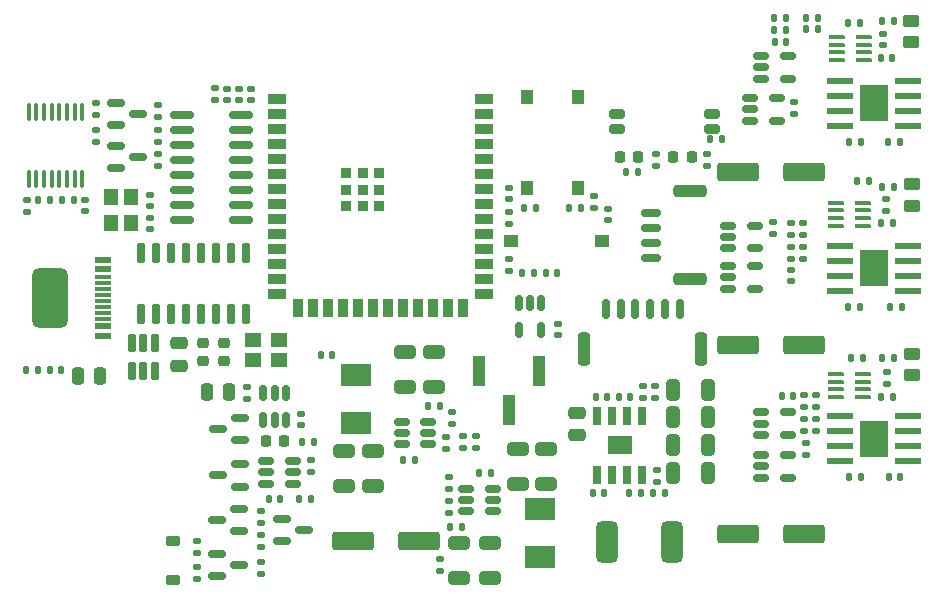
<source format=gbr>
%TF.GenerationSoftware,KiCad,Pcbnew,8.0.4*%
%TF.CreationDate,2025-02-12T15:13:01+01:00*%
%TF.ProjectId,SimpleLedController,53696d70-6c65-44c6-9564-436f6e74726f,A*%
%TF.SameCoordinates,Original*%
%TF.FileFunction,Paste,Top*%
%TF.FilePolarity,Positive*%
%FSLAX46Y46*%
G04 Gerber Fmt 4.6, Leading zero omitted, Abs format (unit mm)*
G04 Created by KiCad (PCBNEW 8.0.4) date 2025-02-12 15:13:01*
%MOMM*%
%LPD*%
G01*
G04 APERTURE LIST*
G04 Aperture macros list*
%AMRoundRect*
0 Rectangle with rounded corners*
0 $1 Rounding radius*
0 $2 $3 $4 $5 $6 $7 $8 $9 X,Y pos of 4 corners*
0 Add a 4 corners polygon primitive as box body*
4,1,4,$2,$3,$4,$5,$6,$7,$8,$9,$2,$3,0*
0 Add four circle primitives for the rounded corners*
1,1,$1+$1,$2,$3*
1,1,$1+$1,$4,$5*
1,1,$1+$1,$6,$7*
1,1,$1+$1,$8,$9*
0 Add four rect primitives between the rounded corners*
20,1,$1+$1,$2,$3,$4,$5,0*
20,1,$1+$1,$4,$5,$6,$7,0*
20,1,$1+$1,$6,$7,$8,$9,0*
20,1,$1+$1,$8,$9,$2,$3,0*%
G04 Aperture macros list end*
%ADD10RoundRect,0.135000X-0.135000X-0.185000X0.135000X-0.185000X0.135000X0.185000X-0.135000X0.185000X0*%
%ADD11RoundRect,0.140000X0.170000X-0.140000X0.170000X0.140000X-0.170000X0.140000X-0.170000X-0.140000X0*%
%ADD12R,1.000000X1.250000*%
%ADD13RoundRect,0.140000X-0.170000X0.140000X-0.170000X-0.140000X0.170000X-0.140000X0.170000X0.140000X0*%
%ADD14RoundRect,0.462500X-0.462500X-1.287500X0.462500X-1.287500X0.462500X1.287500X-0.462500X1.287500X0*%
%ADD15RoundRect,0.140000X0.140000X0.170000X-0.140000X0.170000X-0.140000X-0.170000X0.140000X-0.170000X0*%
%ADD16RoundRect,0.140000X-0.140000X-0.170000X0.140000X-0.170000X0.140000X0.170000X-0.140000X0.170000X0*%
%ADD17RoundRect,0.135000X-0.185000X0.135000X-0.185000X-0.135000X0.185000X-0.135000X0.185000X0.135000X0*%
%ADD18RoundRect,0.150000X-0.512500X-0.150000X0.512500X-0.150000X0.512500X0.150000X-0.512500X0.150000X0*%
%ADD19RoundRect,0.200000X0.450000X0.200000X-0.450000X0.200000X-0.450000X-0.200000X0.450000X-0.200000X0*%
%ADD20RoundRect,0.135000X0.185000X-0.135000X0.185000X0.135000X-0.185000X0.135000X-0.185000X-0.135000X0*%
%ADD21RoundRect,0.250000X-0.250000X-0.475000X0.250000X-0.475000X0.250000X0.475000X-0.250000X0.475000X0*%
%ADD22RoundRect,0.150000X-0.587500X-0.150000X0.587500X-0.150000X0.587500X0.150000X-0.587500X0.150000X0*%
%ADD23R,2.400000X3.100000*%
%ADD24R,2.200000X0.500000*%
%ADD25RoundRect,0.135000X0.135000X0.185000X-0.135000X0.185000X-0.135000X-0.185000X0.135000X-0.185000X0*%
%ADD26RoundRect,0.250000X0.650000X-0.325000X0.650000X0.325000X-0.650000X0.325000X-0.650000X-0.325000X0*%
%ADD27RoundRect,0.250000X-0.475000X0.250000X-0.475000X-0.250000X0.475000X-0.250000X0.475000X0.250000X0*%
%ADD28RoundRect,0.250000X-0.650000X0.325000X-0.650000X-0.325000X0.650000X-0.325000X0.650000X0.325000X0*%
%ADD29RoundRect,0.250000X0.325000X0.650000X-0.325000X0.650000X-0.325000X-0.650000X0.325000X-0.650000X0*%
%ADD30RoundRect,0.150000X-0.150000X0.512500X-0.150000X-0.512500X0.150000X-0.512500X0.150000X0.512500X0*%
%ADD31RoundRect,0.150000X-0.825000X-0.150000X0.825000X-0.150000X0.825000X0.150000X-0.825000X0.150000X0*%
%ADD32R,2.500000X1.900000*%
%ADD33RoundRect,0.100000X0.562500X0.100000X-0.562500X0.100000X-0.562500X-0.100000X0.562500X-0.100000X0*%
%ADD34RoundRect,0.150000X0.512500X0.150000X-0.512500X0.150000X-0.512500X-0.150000X0.512500X-0.150000X0*%
%ADD35RoundRect,0.225000X-0.375000X0.225000X-0.375000X-0.225000X0.375000X-0.225000X0.375000X0.225000X0*%
%ADD36RoundRect,0.248780X0.451220X-0.261220X0.451220X0.261220X-0.451220X0.261220X-0.451220X-0.261220X0*%
%ADD37RoundRect,0.225000X0.250000X-0.225000X0.250000X0.225000X-0.250000X0.225000X-0.250000X-0.225000X0*%
%ADD38R,0.900000X0.900000*%
%ADD39R,1.500000X0.900000*%
%ADD40R,0.900000X1.500000*%
%ADD41RoundRect,0.250000X1.500000X0.550000X-1.500000X0.550000X-1.500000X-0.550000X1.500000X-0.550000X0*%
%ADD42RoundRect,0.250000X-1.500000X-0.550000X1.500000X-0.550000X1.500000X0.550000X-1.500000X0.550000X0*%
%ADD43RoundRect,0.250000X0.250000X0.475000X-0.250000X0.475000X-0.250000X-0.475000X0.250000X-0.475000X0*%
%ADD44R,1.400000X0.300000*%
%ADD45R,1.400000X0.500000*%
%ADD46RoundRect,0.500000X-1.000000X2.000000X-1.000000X-2.000000X1.000000X-2.000000X1.000000X2.000000X0*%
%ADD47RoundRect,0.218750X0.218750X0.256250X-0.218750X0.256250X-0.218750X-0.256250X0.218750X-0.256250X0*%
%ADD48R,0.802000X1.505000*%
%ADD49R,2.101200X1.567800*%
%ADD50RoundRect,0.150000X0.587500X0.150000X-0.587500X0.150000X-0.587500X-0.150000X0.587500X-0.150000X0*%
%ADD51RoundRect,0.150000X0.150000X-0.650000X0.150000X0.650000X-0.150000X0.650000X-0.150000X-0.650000X0*%
%ADD52R,1.400000X1.200000*%
%ADD53RoundRect,0.220000X0.220000X0.255000X-0.220000X0.255000X-0.220000X-0.255000X0.220000X-0.255000X0*%
%ADD54RoundRect,0.150000X0.150000X0.700000X-0.150000X0.700000X-0.150000X-0.700000X0.150000X-0.700000X0*%
%ADD55RoundRect,0.250000X0.250000X1.150000X-0.250000X1.150000X-0.250000X-1.150000X0.250000X-1.150000X0*%
%ADD56RoundRect,0.218750X-0.218750X-0.256250X0.218750X-0.256250X0.218750X0.256250X-0.218750X0.256250X0*%
%ADD57R,1.250000X1.000000*%
%ADD58RoundRect,0.250000X0.475000X-0.250000X0.475000X0.250000X-0.475000X0.250000X-0.475000X-0.250000X0*%
%ADD59R,1.000000X2.510000*%
%ADD60R,1.200000X1.400000*%
%ADD61RoundRect,0.150000X-0.150000X0.725000X-0.150000X-0.725000X0.150000X-0.725000X0.150000X0.725000X0*%
%ADD62RoundRect,0.150000X-0.700000X0.150000X-0.700000X-0.150000X0.700000X-0.150000X0.700000X0.150000X0*%
%ADD63RoundRect,0.250000X-1.150000X0.250000X-1.150000X-0.250000X1.150000X-0.250000X1.150000X0.250000X0*%
%ADD64RoundRect,0.100000X-0.100000X0.637500X-0.100000X-0.637500X0.100000X-0.637500X0.100000X0.637500X0*%
G04 APERTURE END LIST*
D10*
%TO.C,R20*%
X132370600Y-100205000D03*
X133390600Y-100205000D03*
%TD*%
D11*
%TO.C,C87*%
X165484000Y-70842600D03*
X165484000Y-69882600D03*
%TD*%
D12*
%TO.C,SW4*%
X142852600Y-77156000D03*
X142852600Y-69406000D03*
%TD*%
D13*
%TO.C,C31*%
X111008133Y-79659000D03*
X111008133Y-80619000D03*
%TD*%
D14*
%TO.C,L3*%
X149653400Y-107088400D03*
X155203400Y-107088400D03*
%TD*%
D15*
%TO.C,C86*%
X171145600Y-73222202D03*
X170185600Y-73222202D03*
%TD*%
D16*
%TO.C,R34*%
X172834117Y-94812000D03*
X173834117Y-94812000D03*
%TD*%
D17*
%TO.C,R48*%
X153786600Y-74295000D03*
X153786600Y-75315000D03*
%TD*%
D18*
%TO.C,U32*%
X159881600Y-83761000D03*
X159881600Y-84711000D03*
X159881600Y-85661000D03*
X162156600Y-85661000D03*
X162156600Y-83761000D03*
%TD*%
D19*
%TO.C,S1*%
X158536600Y-72133000D03*
X158536600Y-70863000D03*
X150536600Y-70873000D03*
X150536600Y-72143000D03*
%TD*%
D20*
%TO.C,R13*%
X148588907Y-78871000D03*
X148588907Y-77851000D03*
%TD*%
D21*
%TO.C,C4*%
X115755600Y-94418000D03*
X117655600Y-94418000D03*
%TD*%
D22*
%TO.C,Q9*%
X116645000Y-108119203D03*
X116645000Y-110019203D03*
X118520000Y-109069203D03*
%TD*%
D18*
%TO.C,U25*%
X162675600Y-96146000D03*
X162675600Y-97096000D03*
X162675600Y-98046000D03*
X164950600Y-98046000D03*
X164950600Y-96146000D03*
%TD*%
D17*
%TO.C,R3*%
X119141153Y-93995864D03*
X119141153Y-95015864D03*
%TD*%
D13*
%TO.C,C92*%
X163686100Y-80040000D03*
X163686100Y-81000000D03*
%TD*%
D16*
%TO.C,R45*%
X172959600Y-91569000D03*
X173959600Y-91569000D03*
%TD*%
D23*
%TO.C,U24*%
X172304251Y-98369612D03*
D24*
X169429251Y-96464612D03*
X169429251Y-97734612D03*
X169429251Y-99004612D03*
X169429251Y-100274612D03*
X175179251Y-100274612D03*
X175179251Y-99004612D03*
X175179251Y-97734612D03*
X175179251Y-96464612D03*
%TD*%
D15*
%TO.C,R27*%
X164815600Y-63756000D03*
X163815600Y-63756000D03*
%TD*%
D25*
%TO.C,R19*%
X139841888Y-101289800D03*
X138821888Y-101289800D03*
%TD*%
D10*
%TO.C,R9*%
X146406600Y-78869000D03*
X147426600Y-78869000D03*
%TD*%
D26*
%TO.C,C57*%
X139761800Y-110135800D03*
X139761800Y-107175800D03*
%TD*%
D20*
%TO.C,R1*%
X136257088Y-104652600D03*
X136257088Y-103632600D03*
%TD*%
D11*
%TO.C,C1*%
X105505600Y-79123000D03*
X105505600Y-78163000D03*
%TD*%
D27*
%TO.C,C54*%
X147094400Y-96168000D03*
X147094400Y-98068000D03*
%TD*%
D28*
%TO.C,C7*%
X144513888Y-99260800D03*
X144513888Y-102220800D03*
%TD*%
D29*
%TO.C,C59*%
X158235600Y-96568000D03*
X155275600Y-96568000D03*
%TD*%
D22*
%TO.C,Q4*%
X122103100Y-105163000D03*
X122103100Y-107063000D03*
X123978100Y-106113000D03*
%TD*%
D20*
%TO.C,R25*%
X152730600Y-94903000D03*
X152730600Y-93883000D03*
%TD*%
D13*
%TO.C,R54*%
X167389000Y-94683800D03*
X167389000Y-95683800D03*
%TD*%
D11*
%TO.C,C27*%
X173069083Y-65068797D03*
X173069083Y-64068799D03*
%TD*%
D30*
%TO.C,U2*%
X122466600Y-94495500D03*
X121516600Y-94495500D03*
X120566600Y-94495500D03*
X120566600Y-96770500D03*
X121516600Y-96770500D03*
X122466600Y-96770500D03*
%TD*%
D31*
%TO.C,U18*%
X113707600Y-70995000D03*
X113707600Y-72265000D03*
X113707600Y-73535000D03*
X113707600Y-74805000D03*
X113707600Y-76075000D03*
X113707600Y-77345000D03*
X113707600Y-78615000D03*
X113707600Y-79885000D03*
X118657600Y-79885000D03*
X118657600Y-78615000D03*
X118657600Y-77345000D03*
X118657600Y-76075000D03*
X118657600Y-74805000D03*
X118657600Y-73535000D03*
X118657600Y-72265000D03*
X118657600Y-70995000D03*
%TD*%
D28*
%TO.C,C39*%
X132517555Y-91039663D03*
X132517555Y-93999663D03*
%TD*%
D16*
%TO.C,C55*%
X148694600Y-94871000D03*
X149654600Y-94871000D03*
%TD*%
D10*
%TO.C,R21*%
X151480600Y-102993000D03*
X152500600Y-102993000D03*
%TD*%
D20*
%TO.C,R17*%
X141328600Y-84205000D03*
X141328600Y-83185000D03*
%TD*%
D32*
%TO.C,L1*%
X128374600Y-97048000D03*
X128374600Y-92948000D03*
%TD*%
D26*
%TO.C,C51*%
X127419555Y-102351221D03*
X127419555Y-99391221D03*
%TD*%
D17*
%TO.C,R43*%
X124629100Y-100203000D03*
X124629100Y-101223000D03*
%TD*%
D16*
%TO.C,C53*%
X150680600Y-94868000D03*
X151640600Y-94868000D03*
%TD*%
D15*
%TO.C,R55*%
X167482600Y-62740000D03*
X166482600Y-62740000D03*
%TD*%
D17*
%TO.C,C12*%
X137442400Y-98171000D03*
X137442400Y-99191000D03*
%TD*%
D11*
%TO.C,C13*%
X149710600Y-79857000D03*
X149710600Y-78897000D03*
%TD*%
D16*
%TO.C,R32*%
X166482600Y-63705200D03*
X167482600Y-63705200D03*
%TD*%
D33*
%TO.C,U7*%
X171320500Y-94830000D03*
X171320500Y-94180000D03*
X171320500Y-93530000D03*
X171320500Y-92880000D03*
X169045500Y-92880000D03*
X169045500Y-93530000D03*
X169045500Y-94180000D03*
X169045500Y-94830000D03*
%TD*%
D16*
%TO.C,R46*%
X172967600Y-62994000D03*
X173967600Y-62994000D03*
%TD*%
D34*
%TO.C,U5*%
X140007800Y-104525800D03*
X140007800Y-103575800D03*
X140007800Y-102625800D03*
X137732800Y-102625800D03*
X137732800Y-103575800D03*
X137732800Y-104525800D03*
%TD*%
D25*
%TO.C,R15*%
X143482478Y-84366511D03*
X142462478Y-84366511D03*
%TD*%
D11*
%TO.C,C28*%
X173281800Y-79115000D03*
X173281800Y-78115000D03*
%TD*%
D33*
%TO.C,U9*%
X171422100Y-66296202D03*
X171422100Y-65646202D03*
X171422100Y-64996202D03*
X171422100Y-64346202D03*
X169147100Y-64346202D03*
X169147100Y-64996202D03*
X169147100Y-65646202D03*
X169147100Y-66296202D03*
%TD*%
D35*
%TO.C,D4*%
X112880600Y-107065000D03*
X112880600Y-110365000D03*
%TD*%
D13*
%TO.C,C93*%
X165255400Y-84078600D03*
X165255400Y-85038600D03*
%TD*%
D16*
%TO.C,C90*%
X173642600Y-87251000D03*
X174602600Y-87251000D03*
%TD*%
D36*
%TO.C,R51*%
X175364600Y-64793000D03*
X175364600Y-62973000D03*
%TD*%
D30*
%TO.C,U8*%
X144097200Y-86855600D03*
X143147200Y-86855600D03*
X142197200Y-86855600D03*
X142197200Y-89130600D03*
X144097200Y-89130600D03*
%TD*%
D18*
%TO.C,U29*%
X162725000Y-65981000D03*
X162725000Y-66931000D03*
X162725000Y-67881000D03*
X165000000Y-67881000D03*
X165000000Y-65981000D03*
%TD*%
D12*
%TO.C,SW1*%
X147170600Y-77156000D03*
X147170600Y-69406000D03*
%TD*%
D16*
%TO.C,C44*%
X121036600Y-103507000D03*
X121996600Y-103507000D03*
%TD*%
D37*
%TO.C,C33*%
X115420600Y-91816000D03*
X115420600Y-90266000D03*
%TD*%
D11*
%TO.C,R26*%
X136257088Y-102610600D03*
X136257088Y-101610600D03*
%TD*%
D16*
%TO.C,C80*%
X173515600Y-101602000D03*
X174475600Y-101602000D03*
%TD*%
D10*
%TO.C,R18*%
X142596600Y-78804000D03*
X143616600Y-78804000D03*
%TD*%
D15*
%TO.C,C91*%
X171040100Y-87251000D03*
X170080100Y-87251000D03*
%TD*%
D38*
%TO.C,U22*%
X127562808Y-75892820D03*
X127562808Y-77292820D03*
X127562808Y-78692820D03*
X128962808Y-75892820D03*
X128962808Y-77292820D03*
X128962808Y-78692820D03*
X130362808Y-75892820D03*
X130362808Y-77292820D03*
X130362808Y-78692820D03*
D39*
X121712808Y-69572820D03*
X121712808Y-70842820D03*
X121712808Y-72112820D03*
X121712808Y-73382820D03*
X121712808Y-74652820D03*
X121712808Y-75922820D03*
X121712808Y-77192820D03*
X121712808Y-78462820D03*
X121712808Y-79732820D03*
X121712808Y-81002820D03*
X121712808Y-82272820D03*
X121712808Y-83542820D03*
X121712808Y-84812820D03*
X121712808Y-86082820D03*
D40*
X123477808Y-87332820D03*
X124747808Y-87332820D03*
X126017808Y-87332820D03*
X127287808Y-87332820D03*
X128557808Y-87332820D03*
X129827808Y-87332820D03*
X131097808Y-87332820D03*
X132367808Y-87332820D03*
X133637808Y-87332820D03*
X134907808Y-87332820D03*
X136177808Y-87332820D03*
X137447808Y-87332820D03*
D39*
X139212808Y-86082820D03*
X139212808Y-84812820D03*
X139212808Y-83542820D03*
X139212808Y-82272820D03*
X139212808Y-81002820D03*
X139212808Y-79732820D03*
X139212808Y-78462820D03*
X139212808Y-77192820D03*
X139212808Y-75922820D03*
X139212808Y-74652820D03*
X139212808Y-73382820D03*
X139212808Y-72112820D03*
X139212808Y-70842820D03*
X139212808Y-69572820D03*
%TD*%
D36*
%TO.C,R50*%
X175447057Y-92987000D03*
X175447057Y-91167000D03*
%TD*%
D11*
%TO.C,R57*%
X166220600Y-83118000D03*
X166220600Y-82118000D03*
%TD*%
D41*
%TO.C,C79*%
X166353600Y-106428000D03*
X160753600Y-106428000D03*
%TD*%
D26*
%TO.C,C8*%
X129880600Y-102373000D03*
X129880600Y-99413000D03*
%TD*%
D17*
%TO.C,R22*%
X106407816Y-69977000D03*
X106407816Y-70997000D03*
%TD*%
D15*
%TO.C,C81*%
X171145600Y-101641612D03*
X170185600Y-101641612D03*
%TD*%
D16*
%TO.C,R49*%
X172959600Y-77091000D03*
X173959600Y-77091000D03*
%TD*%
D10*
%TO.C,R28*%
X123546600Y-103507000D03*
X124566600Y-103507000D03*
%TD*%
D29*
%TO.C,C49*%
X158235600Y-98918000D03*
X155275600Y-98918000D03*
%TD*%
D15*
%TO.C,C23*%
X171300600Y-91569000D03*
X170300600Y-91569000D03*
%TD*%
%TO.C,C40*%
X135478600Y-95633000D03*
X134478600Y-95633000D03*
%TD*%
D28*
%TO.C,C9*%
X142131888Y-99260800D03*
X142131888Y-102220800D03*
%TD*%
D16*
%TO.C,C88*%
X163861000Y-64746600D03*
X164821000Y-64746600D03*
%TD*%
%TO.C,R37*%
X172824600Y-66169000D03*
X173824600Y-66169000D03*
%TD*%
%TO.C,C3*%
X102510600Y-92585000D03*
X103470600Y-92585000D03*
%TD*%
D10*
%TO.C,R31*%
X153512600Y-102993000D03*
X154532600Y-102993000D03*
%TD*%
D33*
%TO.C,U10*%
X171309783Y-80339861D03*
X171309783Y-79689861D03*
X171309783Y-79039861D03*
X171309783Y-78389861D03*
X169034783Y-78389861D03*
X169034783Y-79039861D03*
X169034783Y-79689861D03*
X169034783Y-80339861D03*
%TD*%
D16*
%TO.C,C25*%
X170823000Y-76581000D03*
X171823000Y-76581000D03*
%TD*%
D11*
%TO.C,C46*%
X153855600Y-101998000D03*
X153855600Y-101038000D03*
%TD*%
D42*
%TO.C,C29*%
X128114600Y-107063000D03*
X133714600Y-107063000D03*
%TD*%
D17*
%TO.C,R36*%
X111610600Y-72265000D03*
X111610600Y-73285000D03*
%TD*%
D36*
%TO.C,R52*%
X175447057Y-78636000D03*
X175447057Y-76816000D03*
%TD*%
D43*
%TO.C,C45*%
X106769400Y-93093000D03*
X104869400Y-93093000D03*
%TD*%
D17*
%TO.C,R42*%
X120325100Y-104521000D03*
X120325100Y-105541000D03*
%TD*%
%TO.C,R39*%
X120325100Y-106553000D03*
X120325100Y-107573000D03*
%TD*%
D44*
%TO.C,J3*%
X107005000Y-85192800D03*
X107005000Y-86192800D03*
X107005000Y-86692800D03*
X107005000Y-87692800D03*
D45*
X107005000Y-88842800D03*
X107005000Y-89642800D03*
D44*
X107005000Y-88192800D03*
X107005000Y-87192800D03*
X107005000Y-85692800D03*
X107005000Y-84692800D03*
D45*
X107005000Y-84042800D03*
X107005000Y-83242800D03*
D46*
X102505000Y-86442800D03*
%TD*%
D13*
%TO.C,R58*%
X166220600Y-80094450D03*
X166220600Y-81094450D03*
%TD*%
D16*
%TO.C,R12*%
X158354600Y-73027000D03*
X159354600Y-73027000D03*
%TD*%
D47*
%TO.C,D2*%
X122346756Y-98591914D03*
X120771756Y-98591914D03*
%TD*%
D48*
%TO.C,U20*%
X148821600Y-101432500D03*
X150091600Y-101432500D03*
X151361600Y-101432500D03*
X152631600Y-101432500D03*
X152631600Y-96437500D03*
X151361600Y-96437500D03*
X150091600Y-96437500D03*
X148821600Y-96437500D03*
D49*
X150726600Y-98935000D03*
%TD*%
D50*
%TO.C,Q10*%
X118565600Y-102425000D03*
X118565600Y-100525000D03*
X116690600Y-101475000D03*
%TD*%
D11*
%TO.C,R53*%
X167389000Y-97707800D03*
X167389000Y-96707800D03*
%TD*%
D22*
%TO.C,Q7*%
X108054600Y-73566000D03*
X108054600Y-75466000D03*
X109929600Y-74516000D03*
%TD*%
D18*
%TO.C,U28*%
X161786600Y-69537000D03*
X161786600Y-70487000D03*
X161786600Y-71437000D03*
X164061600Y-71437000D03*
X164061600Y-69537000D03*
%TD*%
D17*
%TO.C,R35*%
X111610600Y-70078600D03*
X111610600Y-71098600D03*
%TD*%
D51*
%TO.C,U4*%
X109456600Y-92599000D03*
X110406600Y-92599000D03*
X111356600Y-92599000D03*
X111356600Y-90299000D03*
X110406600Y-90299000D03*
X109456600Y-90299000D03*
%TD*%
D16*
%TO.C,C5*%
X125410800Y-91264200D03*
X126410800Y-91264200D03*
%TD*%
D22*
%TO.C,Q6*%
X108054600Y-69944000D03*
X108054600Y-71844000D03*
X109929600Y-70894000D03*
%TD*%
D20*
%TO.C,R16*%
X141328600Y-80171000D03*
X141328600Y-79151000D03*
%TD*%
D15*
%TO.C,C24*%
X171089400Y-63146400D03*
X170089400Y-63146400D03*
%TD*%
D11*
%TO.C,C22*%
X116436600Y-69717000D03*
X116436600Y-68717000D03*
%TD*%
D13*
%TO.C,R11*%
X135994600Y-98225663D03*
X135994600Y-99225663D03*
%TD*%
D15*
%TO.C,C16*%
X145466200Y-84355400D03*
X144506200Y-84355400D03*
%TD*%
D13*
%TO.C,C2*%
X123777200Y-96263105D03*
X123777200Y-97223105D03*
%TD*%
D11*
%TO.C,C18*%
X117452600Y-69725000D03*
X117452600Y-68725000D03*
%TD*%
D29*
%TO.C,C60*%
X158235600Y-94218000D03*
X155275600Y-94218000D03*
%TD*%
D13*
%TO.C,R33*%
X165204600Y-82118000D03*
X165204600Y-83118000D03*
%TD*%
D17*
%TO.C,R24*%
X153746600Y-93883000D03*
X153746600Y-94903000D03*
%TD*%
D16*
%TO.C,C50*%
X148440600Y-102999000D03*
X149400600Y-102999000D03*
%TD*%
D32*
%TO.C,L2*%
X144021000Y-104301800D03*
X144021000Y-108401800D03*
%TD*%
D25*
%TO.C,R6*%
X102540600Y-78193000D03*
X101520600Y-78193000D03*
%TD*%
D52*
%TO.C,Y2*%
X119654600Y-91682400D03*
X121854600Y-91682400D03*
X121854600Y-89982400D03*
X119654600Y-89982400D03*
%TD*%
D20*
%TO.C,R23*%
X106418447Y-73231259D03*
X106418447Y-72211259D03*
%TD*%
D17*
%TO.C,R4*%
X100530600Y-78133000D03*
X100530600Y-79153000D03*
%TD*%
D13*
%TO.C,C83*%
X166474600Y-98759800D03*
X166474600Y-99719800D03*
%TD*%
D53*
%TO.C,D3*%
X152306600Y-74551000D03*
X150726600Y-74551000D03*
%TD*%
D29*
%TO.C,C48*%
X158235600Y-101268000D03*
X155275600Y-101268000D03*
%TD*%
D16*
%TO.C,C6*%
X136409000Y-105843800D03*
X137409000Y-105843800D03*
%TD*%
%TO.C,C85*%
X173487600Y-73222202D03*
X174447600Y-73222202D03*
%TD*%
D41*
%TO.C,C84*%
X166353600Y-75821000D03*
X160753600Y-75821000D03*
%TD*%
D50*
%TO.C,Q3*%
X118593300Y-98476700D03*
X118593300Y-96576700D03*
X116718300Y-97526700D03*
%TD*%
D28*
%TO.C,C10*%
X135054800Y-91039663D03*
X135054800Y-93999663D03*
%TD*%
D11*
%TO.C,C30*%
X111008133Y-78686600D03*
X111008133Y-77726600D03*
%TD*%
D16*
%TO.C,R38*%
X172834117Y-80093000D03*
X173834117Y-80093000D03*
%TD*%
D11*
%TO.C,C21*%
X111610600Y-75297000D03*
X111610600Y-74297000D03*
%TD*%
D13*
%TO.C,C58*%
X135537400Y-108595000D03*
X135537400Y-109595000D03*
%TD*%
D11*
%TO.C,R2*%
X166373000Y-95683800D03*
X166373000Y-94683800D03*
%TD*%
D54*
%TO.C,J6*%
X155807400Y-87409200D03*
X154557400Y-87409200D03*
X153307400Y-87409200D03*
X152057400Y-87409200D03*
X150807400Y-87409200D03*
X149557400Y-87409200D03*
D55*
X157657400Y-90759200D03*
X147707400Y-90759200D03*
%TD*%
D56*
%TO.C,D1*%
X155285100Y-74551000D03*
X156860100Y-74551000D03*
%TD*%
D11*
%TO.C,R29*%
X165204600Y-81086450D03*
X165204600Y-80086450D03*
%TD*%
D57*
%TO.C,SW3*%
X141517600Y-81663000D03*
X149267600Y-81663000D03*
%TD*%
D10*
%TO.C,R5*%
X103488600Y-78193000D03*
X104508600Y-78193000D03*
%TD*%
D58*
%TO.C,C43*%
X113388600Y-92199000D03*
X113388600Y-90299000D03*
%TD*%
D18*
%TO.C,U6*%
X132263555Y-96947663D03*
X132263555Y-97897663D03*
X132263555Y-98847663D03*
X134538555Y-98847663D03*
X134538555Y-97897663D03*
X134538555Y-96947663D03*
%TD*%
D59*
%TO.C,J4*%
X143868600Y-92638000D03*
X141328600Y-95948000D03*
X138788600Y-92638000D03*
%TD*%
D15*
%TO.C,R59*%
X101450600Y-92585000D03*
X100450600Y-92585000D03*
%TD*%
D34*
%TO.C,U1*%
X123040600Y-102171000D03*
X123040600Y-101221000D03*
X123040600Y-100271000D03*
X120765600Y-100271000D03*
X120765600Y-101221000D03*
X120765600Y-102171000D03*
%TD*%
D20*
%TO.C,R41*%
X120327100Y-109859000D03*
X120327100Y-108839000D03*
%TD*%
D13*
%TO.C,C17*%
X141328600Y-77147000D03*
X141328600Y-78107000D03*
%TD*%
D17*
%TO.C,R40*%
X114912600Y-107059000D03*
X114912600Y-108079000D03*
%TD*%
D11*
%TO.C,C15*%
X145502800Y-89618700D03*
X145502800Y-88658700D03*
%TD*%
D23*
%TO.C,U27*%
X172304251Y-69949000D03*
D24*
X169429251Y-68044000D03*
X169429251Y-69314000D03*
X169429251Y-70584000D03*
X169429251Y-71854000D03*
X175179251Y-71854000D03*
X175179251Y-70584000D03*
X175179251Y-69314000D03*
X175179251Y-68044000D03*
%TD*%
D60*
%TO.C,Y1*%
X109333400Y-80068600D03*
X109333400Y-77868600D03*
X107633400Y-77868600D03*
X107633400Y-80068600D03*
%TD*%
D16*
%TO.C,R56*%
X163823600Y-62740000D03*
X164823600Y-62740000D03*
%TD*%
D18*
%TO.C,U26*%
X162675600Y-99768000D03*
X162675600Y-100718000D03*
X162675600Y-101668000D03*
X164950600Y-101668000D03*
X164950600Y-99768000D03*
%TD*%
D50*
%TO.C,Q5*%
X118535948Y-106223693D03*
X118535948Y-104323693D03*
X116660948Y-105273693D03*
%TD*%
D61*
%TO.C,U19*%
X119103600Y-82644000D03*
X117833600Y-82644000D03*
X116563600Y-82644000D03*
X115293600Y-82644000D03*
X114023600Y-82644000D03*
X112753600Y-82644000D03*
X111483600Y-82644000D03*
X110213600Y-82644000D03*
X110213600Y-87794000D03*
X111483600Y-87794000D03*
X112753600Y-87794000D03*
X114023600Y-87794000D03*
X115293600Y-87794000D03*
X116563600Y-87794000D03*
X117833600Y-87794000D03*
X119103600Y-87794000D03*
%TD*%
D10*
%TO.C,R7*%
X123800600Y-98681000D03*
X124820600Y-98681000D03*
%TD*%
D18*
%TO.C,U31*%
X159881600Y-80332000D03*
X159881600Y-81282000D03*
X159881600Y-82232000D03*
X162156600Y-82232000D03*
X162156600Y-80332000D03*
%TD*%
D17*
%TO.C,R47*%
X158104600Y-74293000D03*
X158104600Y-75313000D03*
%TD*%
D13*
%TO.C,R30*%
X166373000Y-96707800D03*
X166373000Y-97707800D03*
%TD*%
D26*
%TO.C,C52*%
X137133550Y-110135800D03*
X137133550Y-107175800D03*
%TD*%
D11*
%TO.C,C26*%
X173332600Y-93720000D03*
X173332600Y-92720000D03*
%TD*%
D15*
%TO.C,C82*%
X165430600Y-94744000D03*
X164470600Y-94744000D03*
%TD*%
D23*
%TO.C,U30*%
X172304251Y-83942520D03*
D24*
X169429251Y-82037520D03*
X169429251Y-83307520D03*
X169429251Y-84577520D03*
X169429251Y-85847520D03*
X175179251Y-85847520D03*
X175179251Y-84577520D03*
X175179251Y-83307520D03*
X175179251Y-82037520D03*
%TD*%
D17*
%TO.C,R44*%
X114912600Y-109219000D03*
X114912600Y-110239000D03*
%TD*%
D15*
%TO.C,R8*%
X152254600Y-75821000D03*
X151254600Y-75821000D03*
%TD*%
D41*
%TO.C,C89*%
X166353600Y-90426000D03*
X160753600Y-90426000D03*
%TD*%
D11*
%TO.C,C19*%
X118468600Y-69725000D03*
X118468600Y-68725000D03*
%TD*%
D17*
%TO.C,R10*%
X136502600Y-96139000D03*
X136502600Y-97159000D03*
%TD*%
D37*
%TO.C,C32*%
X117198600Y-91814000D03*
X117198600Y-90264000D03*
%TD*%
D17*
%TO.C,C11*%
X138534600Y-98171000D03*
X138534600Y-99191000D03*
%TD*%
D11*
%TO.C,C20*%
X119484600Y-69733000D03*
X119484600Y-68733000D03*
%TD*%
D62*
%TO.C,J2*%
X153348600Y-79280000D03*
X153348600Y-80530000D03*
X153348600Y-81780000D03*
X153348600Y-83030000D03*
D63*
X156698600Y-77430000D03*
X156698600Y-84880000D03*
%TD*%
D64*
%TO.C,U3*%
X105249600Y-70672500D03*
X104599600Y-70672500D03*
X103949600Y-70672500D03*
X103299600Y-70672500D03*
X102649600Y-70672500D03*
X101999600Y-70672500D03*
X101349600Y-70672500D03*
X100699600Y-70672500D03*
X100699600Y-76397500D03*
X101349600Y-76397500D03*
X101999600Y-76397500D03*
X102649600Y-76397500D03*
X103299600Y-76397500D03*
X103949600Y-76397500D03*
X104599600Y-76397500D03*
X105249600Y-76397500D03*
%TD*%
M02*

</source>
